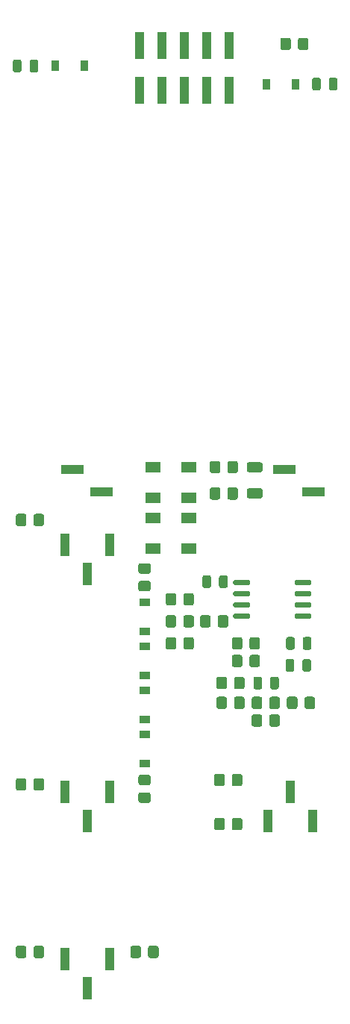
<source format=gbp>
G04 #@! TF.GenerationSoftware,KiCad,Pcbnew,(5.1.9)-1*
G04 #@! TF.CreationDate,2021-04-11T23:26:30+02:00*
G04 #@! TF.ProjectId,KicadJE_VU_Meter,4b696361-644a-4455-9f56-555f4d657465,rev?*
G04 #@! TF.SameCoordinates,Original*
G04 #@! TF.FileFunction,Paste,Bot*
G04 #@! TF.FilePolarity,Positive*
%FSLAX46Y46*%
G04 Gerber Fmt 4.6, Leading zero omitted, Abs format (unit mm)*
G04 Created by KiCad (PCBNEW (5.1.9)-1) date 2021-04-11 23:26:30*
%MOMM*%
%LPD*%
G01*
G04 APERTURE LIST*
%ADD10R,0.900000X1.200000*%
%ADD11R,1.200000X0.900000*%
%ADD12R,1.000000X2.510000*%
%ADD13R,2.510000X1.000000*%
%ADD14R,1.000000X3.150000*%
%ADD15R,1.700000X1.300000*%
G04 APERTURE END LIST*
G36*
G01*
X134400000Y-118475000D02*
X134400000Y-117525000D01*
G75*
G02*
X134650000Y-117275000I250000J0D01*
G01*
X135150000Y-117275000D01*
G75*
G02*
X135400000Y-117525000I0J-250000D01*
G01*
X135400000Y-118475000D01*
G75*
G02*
X135150000Y-118725000I-250000J0D01*
G01*
X134650000Y-118725000D01*
G75*
G02*
X134400000Y-118475000I0J250000D01*
G01*
G37*
G36*
G01*
X132500000Y-118475000D02*
X132500000Y-117525000D01*
G75*
G02*
X132750000Y-117275000I250000J0D01*
G01*
X133250000Y-117275000D01*
G75*
G02*
X133500000Y-117525000I0J-250000D01*
G01*
X133500000Y-118475000D01*
G75*
G02*
X133250000Y-118725000I-250000J0D01*
G01*
X132750000Y-118725000D01*
G75*
G02*
X132500000Y-118475000I0J250000D01*
G01*
G37*
D10*
X130350000Y-52050000D03*
X133650000Y-52050000D03*
X109650000Y-50000000D03*
X106350000Y-50000000D03*
D11*
X116500000Y-129150000D03*
X116500000Y-125850000D03*
X116500000Y-119150000D03*
X116500000Y-115850000D03*
X116500000Y-110850000D03*
X116500000Y-114150000D03*
X116500000Y-120850000D03*
X116500000Y-124150000D03*
D12*
X110000000Y-154655000D03*
X112540000Y-151345000D03*
X107460000Y-151345000D03*
X107460000Y-104345000D03*
X112540000Y-104345000D03*
X110000000Y-107655000D03*
X107460000Y-132345000D03*
X112540000Y-132345000D03*
X110000000Y-135655000D03*
D13*
X135655000Y-98270000D03*
X132345000Y-95730000D03*
G36*
G01*
X126550000Y-112555000D02*
X126550000Y-112255000D01*
G75*
G02*
X126700000Y-112105000I150000J0D01*
G01*
X128300000Y-112105000D01*
G75*
G02*
X128450000Y-112255000I0J-150000D01*
G01*
X128450000Y-112555000D01*
G75*
G02*
X128300000Y-112705000I-150000J0D01*
G01*
X126700000Y-112705000D01*
G75*
G02*
X126550000Y-112555000I0J150000D01*
G01*
G37*
G36*
G01*
X126550000Y-111285000D02*
X126550000Y-110985000D01*
G75*
G02*
X126700000Y-110835000I150000J0D01*
G01*
X128300000Y-110835000D01*
G75*
G02*
X128450000Y-110985000I0J-150000D01*
G01*
X128450000Y-111285000D01*
G75*
G02*
X128300000Y-111435000I-150000J0D01*
G01*
X126700000Y-111435000D01*
G75*
G02*
X126550000Y-111285000I0J150000D01*
G01*
G37*
G36*
G01*
X126550000Y-110015000D02*
X126550000Y-109715000D01*
G75*
G02*
X126700000Y-109565000I150000J0D01*
G01*
X128300000Y-109565000D01*
G75*
G02*
X128450000Y-109715000I0J-150000D01*
G01*
X128450000Y-110015000D01*
G75*
G02*
X128300000Y-110165000I-150000J0D01*
G01*
X126700000Y-110165000D01*
G75*
G02*
X126550000Y-110015000I0J150000D01*
G01*
G37*
G36*
G01*
X126550000Y-108745000D02*
X126550000Y-108445000D01*
G75*
G02*
X126700000Y-108295000I150000J0D01*
G01*
X128300000Y-108295000D01*
G75*
G02*
X128450000Y-108445000I0J-150000D01*
G01*
X128450000Y-108745000D01*
G75*
G02*
X128300000Y-108895000I-150000J0D01*
G01*
X126700000Y-108895000D01*
G75*
G02*
X126550000Y-108745000I0J150000D01*
G01*
G37*
G36*
G01*
X133550000Y-108745000D02*
X133550000Y-108445000D01*
G75*
G02*
X133700000Y-108295000I150000J0D01*
G01*
X135300000Y-108295000D01*
G75*
G02*
X135450000Y-108445000I0J-150000D01*
G01*
X135450000Y-108745000D01*
G75*
G02*
X135300000Y-108895000I-150000J0D01*
G01*
X133700000Y-108895000D01*
G75*
G02*
X133550000Y-108745000I0J150000D01*
G01*
G37*
G36*
G01*
X133550000Y-110015000D02*
X133550000Y-109715000D01*
G75*
G02*
X133700000Y-109565000I150000J0D01*
G01*
X135300000Y-109565000D01*
G75*
G02*
X135450000Y-109715000I0J-150000D01*
G01*
X135450000Y-110015000D01*
G75*
G02*
X135300000Y-110165000I-150000J0D01*
G01*
X133700000Y-110165000D01*
G75*
G02*
X133550000Y-110015000I0J150000D01*
G01*
G37*
G36*
G01*
X133550000Y-111285000D02*
X133550000Y-110985000D01*
G75*
G02*
X133700000Y-110835000I150000J0D01*
G01*
X135300000Y-110835000D01*
G75*
G02*
X135450000Y-110985000I0J-150000D01*
G01*
X135450000Y-111285000D01*
G75*
G02*
X135300000Y-111435000I-150000J0D01*
G01*
X133700000Y-111435000D01*
G75*
G02*
X133550000Y-111285000I0J150000D01*
G01*
G37*
G36*
G01*
X133550000Y-112555000D02*
X133550000Y-112255000D01*
G75*
G02*
X133700000Y-112105000I150000J0D01*
G01*
X135300000Y-112105000D01*
G75*
G02*
X135450000Y-112255000I0J-150000D01*
G01*
X135450000Y-112555000D01*
G75*
G02*
X135300000Y-112705000I-150000J0D01*
G01*
X133700000Y-112705000D01*
G75*
G02*
X133550000Y-112555000I0J150000D01*
G01*
G37*
D14*
X115920000Y-47700000D03*
X115920000Y-52750000D03*
X118460000Y-47700000D03*
X118460000Y-52750000D03*
X121000000Y-47700000D03*
X121000000Y-52750000D03*
X123540000Y-47700000D03*
X123540000Y-52750000D03*
X126080000Y-47700000D03*
X126080000Y-52750000D03*
G36*
G01*
X138400000Y-51575000D02*
X138400000Y-52525000D01*
G75*
G02*
X138150000Y-52775000I-250000J0D01*
G01*
X137650000Y-52775000D01*
G75*
G02*
X137400000Y-52525000I0J250000D01*
G01*
X137400000Y-51575000D01*
G75*
G02*
X137650000Y-51325000I250000J0D01*
G01*
X138150000Y-51325000D01*
G75*
G02*
X138400000Y-51575000I0J-250000D01*
G01*
G37*
G36*
G01*
X136500000Y-51575000D02*
X136500000Y-52525000D01*
G75*
G02*
X136250000Y-52775000I-250000J0D01*
G01*
X135750000Y-52775000D01*
G75*
G02*
X135500000Y-52525000I0J250000D01*
G01*
X135500000Y-51575000D01*
G75*
G02*
X135750000Y-51325000I250000J0D01*
G01*
X136250000Y-51325000D01*
G75*
G02*
X136500000Y-51575000I0J-250000D01*
G01*
G37*
G36*
G01*
X104450000Y-49525000D02*
X104450000Y-50475000D01*
G75*
G02*
X104200000Y-50725000I-250000J0D01*
G01*
X103700000Y-50725000D01*
G75*
G02*
X103450000Y-50475000I0J250000D01*
G01*
X103450000Y-49525000D01*
G75*
G02*
X103700000Y-49275000I250000J0D01*
G01*
X104200000Y-49275000D01*
G75*
G02*
X104450000Y-49525000I0J-250000D01*
G01*
G37*
G36*
G01*
X102550000Y-49525000D02*
X102550000Y-50475000D01*
G75*
G02*
X102300000Y-50725000I-250000J0D01*
G01*
X101800000Y-50725000D01*
G75*
G02*
X101550000Y-50475000I0J250000D01*
G01*
X101550000Y-49525000D01*
G75*
G02*
X101800000Y-49275000I250000J0D01*
G01*
X102300000Y-49275000D01*
G75*
G02*
X102550000Y-49525000I0J-250000D01*
G01*
G37*
G36*
G01*
X123050000Y-108975000D02*
X123050000Y-108025000D01*
G75*
G02*
X123300000Y-107775000I250000J0D01*
G01*
X123800000Y-107775000D01*
G75*
G02*
X124050000Y-108025000I0J-250000D01*
G01*
X124050000Y-108975000D01*
G75*
G02*
X123800000Y-109225000I-250000J0D01*
G01*
X123300000Y-109225000D01*
G75*
G02*
X123050000Y-108975000I0J250000D01*
G01*
G37*
G36*
G01*
X124950000Y-108975000D02*
X124950000Y-108025000D01*
G75*
G02*
X125200000Y-107775000I250000J0D01*
G01*
X125700000Y-107775000D01*
G75*
G02*
X125950000Y-108025000I0J-250000D01*
G01*
X125950000Y-108975000D01*
G75*
G02*
X125700000Y-109225000I-250000J0D01*
G01*
X125200000Y-109225000D01*
G75*
G02*
X124950000Y-108975000I0J250000D01*
G01*
G37*
G36*
G01*
X134450000Y-115975000D02*
X134450000Y-115025000D01*
G75*
G02*
X134700000Y-114775000I250000J0D01*
G01*
X135200000Y-114775000D01*
G75*
G02*
X135450000Y-115025000I0J-250000D01*
G01*
X135450000Y-115975000D01*
G75*
G02*
X135200000Y-116225000I-250000J0D01*
G01*
X134700000Y-116225000D01*
G75*
G02*
X134450000Y-115975000I0J250000D01*
G01*
G37*
G36*
G01*
X132550000Y-115975000D02*
X132550000Y-115025000D01*
G75*
G02*
X132800000Y-114775000I250000J0D01*
G01*
X133300000Y-114775000D01*
G75*
G02*
X133550000Y-115025000I0J-250000D01*
G01*
X133550000Y-115975000D01*
G75*
G02*
X133300000Y-116225000I-250000J0D01*
G01*
X132800000Y-116225000D01*
G75*
G02*
X132550000Y-115975000I0J250000D01*
G01*
G37*
G36*
G01*
X129850000Y-119525000D02*
X129850000Y-120475000D01*
G75*
G02*
X129600000Y-120725000I-250000J0D01*
G01*
X129100000Y-120725000D01*
G75*
G02*
X128850000Y-120475000I0J250000D01*
G01*
X128850000Y-119525000D01*
G75*
G02*
X129100000Y-119275000I250000J0D01*
G01*
X129600000Y-119275000D01*
G75*
G02*
X129850000Y-119525000I0J-250000D01*
G01*
G37*
G36*
G01*
X131750000Y-119525000D02*
X131750000Y-120475000D01*
G75*
G02*
X131500000Y-120725000I-250000J0D01*
G01*
X131000000Y-120725000D01*
G75*
G02*
X130750000Y-120475000I0J250000D01*
G01*
X130750000Y-119525000D01*
G75*
G02*
X131000000Y-119275000I250000J0D01*
G01*
X131500000Y-119275000D01*
G75*
G02*
X131750000Y-119525000I0J-250000D01*
G01*
G37*
G36*
G01*
X129650001Y-99050000D02*
X128349999Y-99050000D01*
G75*
G02*
X128100000Y-98800001I0J249999D01*
G01*
X128100000Y-98149999D01*
G75*
G02*
X128349999Y-97900000I249999J0D01*
G01*
X129650001Y-97900000D01*
G75*
G02*
X129900000Y-98149999I0J-249999D01*
G01*
X129900000Y-98800001D01*
G75*
G02*
X129650001Y-99050000I-249999J0D01*
G01*
G37*
G36*
G01*
X129650001Y-96100000D02*
X128349999Y-96100000D01*
G75*
G02*
X128100000Y-95850001I0J249999D01*
G01*
X128100000Y-95199999D01*
G75*
G02*
X128349999Y-94950000I249999J0D01*
G01*
X129650001Y-94950000D01*
G75*
G02*
X129900000Y-95199999I0J-249999D01*
G01*
X129900000Y-95850001D01*
G75*
G02*
X129650001Y-96100000I-249999J0D01*
G01*
G37*
G36*
G01*
X133900000Y-47950001D02*
X133900000Y-47049999D01*
G75*
G02*
X134149999Y-46800000I249999J0D01*
G01*
X134850001Y-46800000D01*
G75*
G02*
X135100000Y-47049999I0J-249999D01*
G01*
X135100000Y-47950001D01*
G75*
G02*
X134850001Y-48200000I-249999J0D01*
G01*
X134149999Y-48200000D01*
G75*
G02*
X133900000Y-47950001I0J249999D01*
G01*
G37*
G36*
G01*
X131900000Y-47950001D02*
X131900000Y-47049999D01*
G75*
G02*
X132149999Y-46800000I249999J0D01*
G01*
X132850001Y-46800000D01*
G75*
G02*
X133100000Y-47049999I0J-249999D01*
G01*
X133100000Y-47950001D01*
G75*
G02*
X132850001Y-48200000I-249999J0D01*
G01*
X132149999Y-48200000D01*
G75*
G02*
X131900000Y-47950001I0J249999D01*
G01*
G37*
G36*
G01*
X103100000Y-150049999D02*
X103100000Y-150950001D01*
G75*
G02*
X102850001Y-151200000I-249999J0D01*
G01*
X102149999Y-151200000D01*
G75*
G02*
X101900000Y-150950001I0J249999D01*
G01*
X101900000Y-150049999D01*
G75*
G02*
X102149999Y-149800000I249999J0D01*
G01*
X102850001Y-149800000D01*
G75*
G02*
X103100000Y-150049999I0J-249999D01*
G01*
G37*
G36*
G01*
X105100000Y-150049999D02*
X105100000Y-150950001D01*
G75*
G02*
X104850001Y-151200000I-249999J0D01*
G01*
X104149999Y-151200000D01*
G75*
G02*
X103900000Y-150950001I0J249999D01*
G01*
X103900000Y-150049999D01*
G75*
G02*
X104149999Y-149800000I249999J0D01*
G01*
X104850001Y-149800000D01*
G75*
G02*
X105100000Y-150049999I0J-249999D01*
G01*
G37*
G36*
G01*
X103900000Y-131950001D02*
X103900000Y-131049999D01*
G75*
G02*
X104149999Y-130800000I249999J0D01*
G01*
X104850001Y-130800000D01*
G75*
G02*
X105100000Y-131049999I0J-249999D01*
G01*
X105100000Y-131950001D01*
G75*
G02*
X104850001Y-132200000I-249999J0D01*
G01*
X104149999Y-132200000D01*
G75*
G02*
X103900000Y-131950001I0J249999D01*
G01*
G37*
G36*
G01*
X101900000Y-131950001D02*
X101900000Y-131049999D01*
G75*
G02*
X102149999Y-130800000I249999J0D01*
G01*
X102850001Y-130800000D01*
G75*
G02*
X103100000Y-131049999I0J-249999D01*
G01*
X103100000Y-131950001D01*
G75*
G02*
X102850001Y-132200000I-249999J0D01*
G01*
X102149999Y-132200000D01*
G75*
G02*
X101900000Y-131950001I0J249999D01*
G01*
G37*
G36*
G01*
X116100000Y-150049999D02*
X116100000Y-150950001D01*
G75*
G02*
X115850001Y-151200000I-249999J0D01*
G01*
X115149999Y-151200000D01*
G75*
G02*
X114900000Y-150950001I0J249999D01*
G01*
X114900000Y-150049999D01*
G75*
G02*
X115149999Y-149800000I249999J0D01*
G01*
X115850001Y-149800000D01*
G75*
G02*
X116100000Y-150049999I0J-249999D01*
G01*
G37*
G36*
G01*
X118100000Y-150049999D02*
X118100000Y-150950001D01*
G75*
G02*
X117850001Y-151200000I-249999J0D01*
G01*
X117149999Y-151200000D01*
G75*
G02*
X116900000Y-150950001I0J249999D01*
G01*
X116900000Y-150049999D01*
G75*
G02*
X117149999Y-149800000I249999J0D01*
G01*
X117850001Y-149800000D01*
G75*
G02*
X118100000Y-150049999I0J-249999D01*
G01*
G37*
G36*
G01*
X116950001Y-109600000D02*
X116049999Y-109600000D01*
G75*
G02*
X115800000Y-109350001I0J249999D01*
G01*
X115800000Y-108649999D01*
G75*
G02*
X116049999Y-108400000I249999J0D01*
G01*
X116950001Y-108400000D01*
G75*
G02*
X117200000Y-108649999I0J-249999D01*
G01*
X117200000Y-109350001D01*
G75*
G02*
X116950001Y-109600000I-249999J0D01*
G01*
G37*
G36*
G01*
X116950001Y-107600000D02*
X116049999Y-107600000D01*
G75*
G02*
X115800000Y-107350001I0J249999D01*
G01*
X115800000Y-106649999D01*
G75*
G02*
X116049999Y-106400000I249999J0D01*
G01*
X116950001Y-106400000D01*
G75*
G02*
X117200000Y-106649999I0J-249999D01*
G01*
X117200000Y-107350001D01*
G75*
G02*
X116950001Y-107600000I-249999J0D01*
G01*
G37*
G36*
G01*
X127850000Y-121799999D02*
X127850000Y-122700001D01*
G75*
G02*
X127600001Y-122950000I-249999J0D01*
G01*
X126899999Y-122950000D01*
G75*
G02*
X126650000Y-122700001I0J249999D01*
G01*
X126650000Y-121799999D01*
G75*
G02*
X126899999Y-121550000I249999J0D01*
G01*
X127600001Y-121550000D01*
G75*
G02*
X127850000Y-121799999I0J-249999D01*
G01*
G37*
G36*
G01*
X125850000Y-121799999D02*
X125850000Y-122700001D01*
G75*
G02*
X125600001Y-122950000I-249999J0D01*
G01*
X124899999Y-122950000D01*
G75*
G02*
X124650000Y-122700001I0J249999D01*
G01*
X124650000Y-121799999D01*
G75*
G02*
X124899999Y-121550000I249999J0D01*
G01*
X125600001Y-121550000D01*
G75*
G02*
X125850000Y-121799999I0J-249999D01*
G01*
G37*
G36*
G01*
X103900000Y-101950001D02*
X103900000Y-101049999D01*
G75*
G02*
X104149999Y-100800000I249999J0D01*
G01*
X104850001Y-100800000D01*
G75*
G02*
X105100000Y-101049999I0J-249999D01*
G01*
X105100000Y-101950001D01*
G75*
G02*
X104850001Y-102200000I-249999J0D01*
G01*
X104149999Y-102200000D01*
G75*
G02*
X103900000Y-101950001I0J249999D01*
G01*
G37*
G36*
G01*
X101900000Y-101950001D02*
X101900000Y-101049999D01*
G75*
G02*
X102149999Y-100800000I249999J0D01*
G01*
X102850001Y-100800000D01*
G75*
G02*
X103100000Y-101049999I0J-249999D01*
G01*
X103100000Y-101950001D01*
G75*
G02*
X102850001Y-102200000I-249999J0D01*
G01*
X102149999Y-102200000D01*
G75*
G02*
X101900000Y-101950001I0J249999D01*
G01*
G37*
G36*
G01*
X116049999Y-130400000D02*
X116950001Y-130400000D01*
G75*
G02*
X117200000Y-130649999I0J-249999D01*
G01*
X117200000Y-131350001D01*
G75*
G02*
X116950001Y-131600000I-249999J0D01*
G01*
X116049999Y-131600000D01*
G75*
G02*
X115800000Y-131350001I0J249999D01*
G01*
X115800000Y-130649999D01*
G75*
G02*
X116049999Y-130400000I249999J0D01*
G01*
G37*
G36*
G01*
X116049999Y-132400000D02*
X116950001Y-132400000D01*
G75*
G02*
X117200000Y-132649999I0J-249999D01*
G01*
X117200000Y-133350001D01*
G75*
G02*
X116950001Y-133600000I-249999J0D01*
G01*
X116049999Y-133600000D01*
G75*
G02*
X115800000Y-133350001I0J249999D01*
G01*
X115800000Y-132649999D01*
G75*
G02*
X116049999Y-132400000I249999J0D01*
G01*
G37*
G36*
G01*
X126650000Y-120450001D02*
X126650000Y-119549999D01*
G75*
G02*
X126899999Y-119300000I249999J0D01*
G01*
X127600001Y-119300000D01*
G75*
G02*
X127850000Y-119549999I0J-249999D01*
G01*
X127850000Y-120450001D01*
G75*
G02*
X127600001Y-120700000I-249999J0D01*
G01*
X126899999Y-120700000D01*
G75*
G02*
X126650000Y-120450001I0J249999D01*
G01*
G37*
G36*
G01*
X124650000Y-120450001D02*
X124650000Y-119549999D01*
G75*
G02*
X124899999Y-119300000I249999J0D01*
G01*
X125600001Y-119300000D01*
G75*
G02*
X125850000Y-119549999I0J-249999D01*
G01*
X125850000Y-120450001D01*
G75*
G02*
X125600001Y-120700000I-249999J0D01*
G01*
X124899999Y-120700000D01*
G75*
G02*
X124650000Y-120450001I0J249999D01*
G01*
G37*
G36*
G01*
X120100000Y-110049999D02*
X120100000Y-110950001D01*
G75*
G02*
X119850001Y-111200000I-249999J0D01*
G01*
X119149999Y-111200000D01*
G75*
G02*
X118900000Y-110950001I0J249999D01*
G01*
X118900000Y-110049999D01*
G75*
G02*
X119149999Y-109800000I249999J0D01*
G01*
X119850001Y-109800000D01*
G75*
G02*
X120100000Y-110049999I0J-249999D01*
G01*
G37*
G36*
G01*
X122100000Y-110049999D02*
X122100000Y-110950001D01*
G75*
G02*
X121850001Y-111200000I-249999J0D01*
G01*
X121149999Y-111200000D01*
G75*
G02*
X120900000Y-110950001I0J249999D01*
G01*
X120900000Y-110049999D01*
G75*
G02*
X121149999Y-109800000I249999J0D01*
G01*
X121850001Y-109800000D01*
G75*
G02*
X122100000Y-110049999I0J-249999D01*
G01*
G37*
G36*
G01*
X122100000Y-112549999D02*
X122100000Y-113450001D01*
G75*
G02*
X121850001Y-113700000I-249999J0D01*
G01*
X121149999Y-113700000D01*
G75*
G02*
X120900000Y-113450001I0J249999D01*
G01*
X120900000Y-112549999D01*
G75*
G02*
X121149999Y-112300000I249999J0D01*
G01*
X121850001Y-112300000D01*
G75*
G02*
X122100000Y-112549999I0J-249999D01*
G01*
G37*
G36*
G01*
X120100000Y-112549999D02*
X120100000Y-113450001D01*
G75*
G02*
X119850001Y-113700000I-249999J0D01*
G01*
X119149999Y-113700000D01*
G75*
G02*
X118900000Y-113450001I0J249999D01*
G01*
X118900000Y-112549999D01*
G75*
G02*
X119149999Y-112300000I249999J0D01*
G01*
X119850001Y-112300000D01*
G75*
G02*
X120100000Y-112549999I0J-249999D01*
G01*
G37*
G36*
G01*
X128650000Y-122700001D02*
X128650000Y-121799999D01*
G75*
G02*
X128899999Y-121550000I249999J0D01*
G01*
X129600001Y-121550000D01*
G75*
G02*
X129850000Y-121799999I0J-249999D01*
G01*
X129850000Y-122700001D01*
G75*
G02*
X129600001Y-122950000I-249999J0D01*
G01*
X128899999Y-122950000D01*
G75*
G02*
X128650000Y-122700001I0J249999D01*
G01*
G37*
G36*
G01*
X130650000Y-122700001D02*
X130650000Y-121799999D01*
G75*
G02*
X130899999Y-121550000I249999J0D01*
G01*
X131600001Y-121550000D01*
G75*
G02*
X131850000Y-121799999I0J-249999D01*
G01*
X131850000Y-122700001D01*
G75*
G02*
X131600001Y-122950000I-249999J0D01*
G01*
X130899999Y-122950000D01*
G75*
G02*
X130650000Y-122700001I0J249999D01*
G01*
G37*
G36*
G01*
X122100000Y-115049999D02*
X122100000Y-115950001D01*
G75*
G02*
X121850001Y-116200000I-249999J0D01*
G01*
X121149999Y-116200000D01*
G75*
G02*
X120900000Y-115950001I0J249999D01*
G01*
X120900000Y-115049999D01*
G75*
G02*
X121149999Y-114800000I249999J0D01*
G01*
X121850001Y-114800000D01*
G75*
G02*
X122100000Y-115049999I0J-249999D01*
G01*
G37*
G36*
G01*
X120100000Y-115049999D02*
X120100000Y-115950001D01*
G75*
G02*
X119850001Y-116200000I-249999J0D01*
G01*
X119149999Y-116200000D01*
G75*
G02*
X118900000Y-115950001I0J249999D01*
G01*
X118900000Y-115049999D01*
G75*
G02*
X119149999Y-114800000I249999J0D01*
G01*
X119850001Y-114800000D01*
G75*
G02*
X120100000Y-115049999I0J-249999D01*
G01*
G37*
G36*
G01*
X135850000Y-121799999D02*
X135850000Y-122700001D01*
G75*
G02*
X135600001Y-122950000I-249999J0D01*
G01*
X134899999Y-122950000D01*
G75*
G02*
X134650000Y-122700001I0J249999D01*
G01*
X134650000Y-121799999D01*
G75*
G02*
X134899999Y-121550000I249999J0D01*
G01*
X135600001Y-121550000D01*
G75*
G02*
X135850000Y-121799999I0J-249999D01*
G01*
G37*
G36*
G01*
X133850000Y-121799999D02*
X133850000Y-122700001D01*
G75*
G02*
X133600001Y-122950000I-249999J0D01*
G01*
X132899999Y-122950000D01*
G75*
G02*
X132650000Y-122700001I0J249999D01*
G01*
X132650000Y-121799999D01*
G75*
G02*
X132899999Y-121550000I249999J0D01*
G01*
X133600001Y-121550000D01*
G75*
G02*
X133850000Y-121799999I0J-249999D01*
G01*
G37*
G36*
G01*
X127600000Y-117049999D02*
X127600000Y-117950001D01*
G75*
G02*
X127350001Y-118200000I-249999J0D01*
G01*
X126649999Y-118200000D01*
G75*
G02*
X126400000Y-117950001I0J249999D01*
G01*
X126400000Y-117049999D01*
G75*
G02*
X126649999Y-116800000I249999J0D01*
G01*
X127350001Y-116800000D01*
G75*
G02*
X127600000Y-117049999I0J-249999D01*
G01*
G37*
G36*
G01*
X129600000Y-117049999D02*
X129600000Y-117950001D01*
G75*
G02*
X129350001Y-118200000I-249999J0D01*
G01*
X128649999Y-118200000D01*
G75*
G02*
X128400000Y-117950001I0J249999D01*
G01*
X128400000Y-117049999D01*
G75*
G02*
X128649999Y-116800000I249999J0D01*
G01*
X129350001Y-116800000D01*
G75*
G02*
X129600000Y-117049999I0J-249999D01*
G01*
G37*
G36*
G01*
X130650000Y-124700001D02*
X130650000Y-123799999D01*
G75*
G02*
X130899999Y-123550000I249999J0D01*
G01*
X131600001Y-123550000D01*
G75*
G02*
X131850000Y-123799999I0J-249999D01*
G01*
X131850000Y-124700001D01*
G75*
G02*
X131600001Y-124950000I-249999J0D01*
G01*
X130899999Y-124950000D01*
G75*
G02*
X130650000Y-124700001I0J249999D01*
G01*
G37*
G36*
G01*
X128650000Y-124700001D02*
X128650000Y-123799999D01*
G75*
G02*
X128899999Y-123550000I249999J0D01*
G01*
X129600001Y-123550000D01*
G75*
G02*
X129850000Y-123799999I0J-249999D01*
G01*
X129850000Y-124700001D01*
G75*
G02*
X129600001Y-124950000I-249999J0D01*
G01*
X128899999Y-124950000D01*
G75*
G02*
X128650000Y-124700001I0J249999D01*
G01*
G37*
G36*
G01*
X125100000Y-98049999D02*
X125100000Y-98950001D01*
G75*
G02*
X124850001Y-99200000I-249999J0D01*
G01*
X124149999Y-99200000D01*
G75*
G02*
X123900000Y-98950001I0J249999D01*
G01*
X123900000Y-98049999D01*
G75*
G02*
X124149999Y-97800000I249999J0D01*
G01*
X124850001Y-97800000D01*
G75*
G02*
X125100000Y-98049999I0J-249999D01*
G01*
G37*
G36*
G01*
X127100000Y-98049999D02*
X127100000Y-98950001D01*
G75*
G02*
X126850001Y-99200000I-249999J0D01*
G01*
X126149999Y-99200000D01*
G75*
G02*
X125900000Y-98950001I0J249999D01*
G01*
X125900000Y-98049999D01*
G75*
G02*
X126149999Y-97800000I249999J0D01*
G01*
X126850001Y-97800000D01*
G75*
G02*
X127100000Y-98049999I0J-249999D01*
G01*
G37*
G36*
G01*
X126400000Y-115950001D02*
X126400000Y-115049999D01*
G75*
G02*
X126649999Y-114800000I249999J0D01*
G01*
X127350001Y-114800000D01*
G75*
G02*
X127600000Y-115049999I0J-249999D01*
G01*
X127600000Y-115950001D01*
G75*
G02*
X127350001Y-116200000I-249999J0D01*
G01*
X126649999Y-116200000D01*
G75*
G02*
X126400000Y-115950001I0J249999D01*
G01*
G37*
G36*
G01*
X128400000Y-115950001D02*
X128400000Y-115049999D01*
G75*
G02*
X128649999Y-114800000I249999J0D01*
G01*
X129350001Y-114800000D01*
G75*
G02*
X129600000Y-115049999I0J-249999D01*
G01*
X129600000Y-115950001D01*
G75*
G02*
X129350001Y-116200000I-249999J0D01*
G01*
X128649999Y-116200000D01*
G75*
G02*
X128400000Y-115950001I0J249999D01*
G01*
G37*
G36*
G01*
X127100000Y-95049999D02*
X127100000Y-95950001D01*
G75*
G02*
X126850001Y-96200000I-249999J0D01*
G01*
X126149999Y-96200000D01*
G75*
G02*
X125900000Y-95950001I0J249999D01*
G01*
X125900000Y-95049999D01*
G75*
G02*
X126149999Y-94800000I249999J0D01*
G01*
X126850001Y-94800000D01*
G75*
G02*
X127100000Y-95049999I0J-249999D01*
G01*
G37*
G36*
G01*
X125100000Y-95049999D02*
X125100000Y-95950001D01*
G75*
G02*
X124850001Y-96200000I-249999J0D01*
G01*
X124149999Y-96200000D01*
G75*
G02*
X123900000Y-95950001I0J249999D01*
G01*
X123900000Y-95049999D01*
G75*
G02*
X124149999Y-94800000I249999J0D01*
G01*
X124850001Y-94800000D01*
G75*
G02*
X125100000Y-95049999I0J-249999D01*
G01*
G37*
G36*
G01*
X124800000Y-113450001D02*
X124800000Y-112549999D01*
G75*
G02*
X125049999Y-112300000I249999J0D01*
G01*
X125750001Y-112300000D01*
G75*
G02*
X126000000Y-112549999I0J-249999D01*
G01*
X126000000Y-113450001D01*
G75*
G02*
X125750001Y-113700000I-249999J0D01*
G01*
X125049999Y-113700000D01*
G75*
G02*
X124800000Y-113450001I0J249999D01*
G01*
G37*
G36*
G01*
X122800000Y-113450001D02*
X122800000Y-112549999D01*
G75*
G02*
X123049999Y-112300000I249999J0D01*
G01*
X123750001Y-112300000D01*
G75*
G02*
X124000000Y-112549999I0J-249999D01*
G01*
X124000000Y-113450001D01*
G75*
G02*
X123750001Y-113700000I-249999J0D01*
G01*
X123049999Y-113700000D01*
G75*
G02*
X122800000Y-113450001I0J249999D01*
G01*
G37*
D13*
X108345000Y-95730000D03*
X111655000Y-98270000D03*
D15*
X117500000Y-104750000D03*
X117500000Y-101250000D03*
X117500000Y-95500000D03*
X117500000Y-99000000D03*
X121500000Y-104750000D03*
X121500000Y-101250000D03*
X121500000Y-95500000D03*
X121500000Y-99000000D03*
D12*
X133000000Y-132345000D03*
X130460000Y-135655000D03*
X135540000Y-135655000D03*
G36*
G01*
X126400000Y-136450001D02*
X126400000Y-135549999D01*
G75*
G02*
X126649999Y-135300000I249999J0D01*
G01*
X127350001Y-135300000D01*
G75*
G02*
X127600000Y-135549999I0J-249999D01*
G01*
X127600000Y-136450001D01*
G75*
G02*
X127350001Y-136700000I-249999J0D01*
G01*
X126649999Y-136700000D01*
G75*
G02*
X126400000Y-136450001I0J249999D01*
G01*
G37*
G36*
G01*
X124400000Y-136450001D02*
X124400000Y-135549999D01*
G75*
G02*
X124649999Y-135300000I249999J0D01*
G01*
X125350001Y-135300000D01*
G75*
G02*
X125600000Y-135549999I0J-249999D01*
G01*
X125600000Y-136450001D01*
G75*
G02*
X125350001Y-136700000I-249999J0D01*
G01*
X124649999Y-136700000D01*
G75*
G02*
X124400000Y-136450001I0J249999D01*
G01*
G37*
G36*
G01*
X127600000Y-130549999D02*
X127600000Y-131450001D01*
G75*
G02*
X127350001Y-131700000I-249999J0D01*
G01*
X126649999Y-131700000D01*
G75*
G02*
X126400000Y-131450001I0J249999D01*
G01*
X126400000Y-130549999D01*
G75*
G02*
X126649999Y-130300000I249999J0D01*
G01*
X127350001Y-130300000D01*
G75*
G02*
X127600000Y-130549999I0J-249999D01*
G01*
G37*
G36*
G01*
X125600000Y-130549999D02*
X125600000Y-131450001D01*
G75*
G02*
X125350001Y-131700000I-249999J0D01*
G01*
X124649999Y-131700000D01*
G75*
G02*
X124400000Y-131450001I0J249999D01*
G01*
X124400000Y-130549999D01*
G75*
G02*
X124649999Y-130300000I249999J0D01*
G01*
X125350001Y-130300000D01*
G75*
G02*
X125600000Y-130549999I0J-249999D01*
G01*
G37*
M02*

</source>
